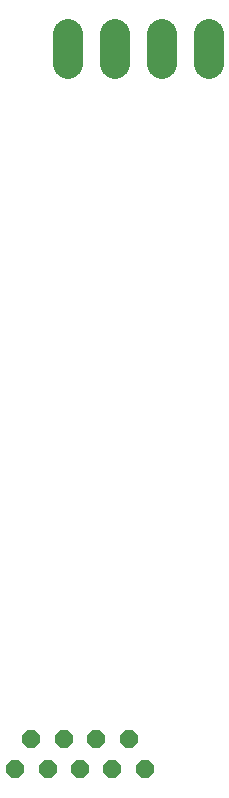
<source format=gbr>
G04 EAGLE Gerber RS-274X export*
G75*
%MOMM*%
%FSLAX34Y34*%
%LPD*%
%INTop Copper*%
%IPPOS*%
%AMOC8*
5,1,8,0,0,1.08239X$1,22.5*%
G01*
%ADD10P,1.649562X8X202.500000*%
%ADD11C,2.514600*%


D10*
X480364Y165100D03*
X452932Y165100D03*
X425500Y165100D03*
X398068Y165100D03*
X370636Y165100D03*
X466648Y190500D03*
X439216Y190500D03*
X411784Y190500D03*
X384352Y190500D03*
D11*
X455188Y762427D02*
X455188Y787573D01*
X494812Y787573D02*
X494812Y762427D01*
X534436Y762427D02*
X534436Y787573D01*
X415564Y787573D02*
X415564Y762427D01*
M02*

</source>
